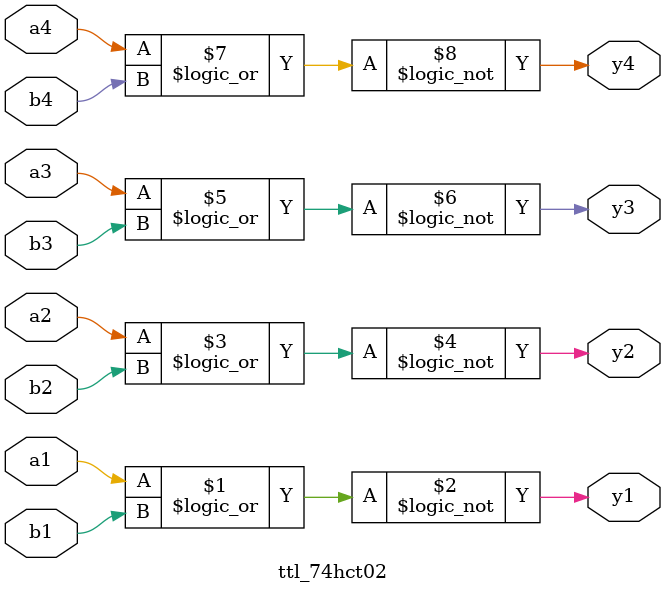
<source format=v>
module ttl_74hct02(
	output y1,
	input a1,
	input b1,
	output y2,
	input a2,
	input b2,
	input b3,
	output y3,
	input a3,
	input b4,
	output y4,
	input a4
);

assign #16 y1 = !(a1 || b1);
assign #16 y2 = !(a2 || b2);
assign #16 y3 = !(a3 || b3);
assign #16 y4 = !(a4 || b4);

endmodule

</source>
